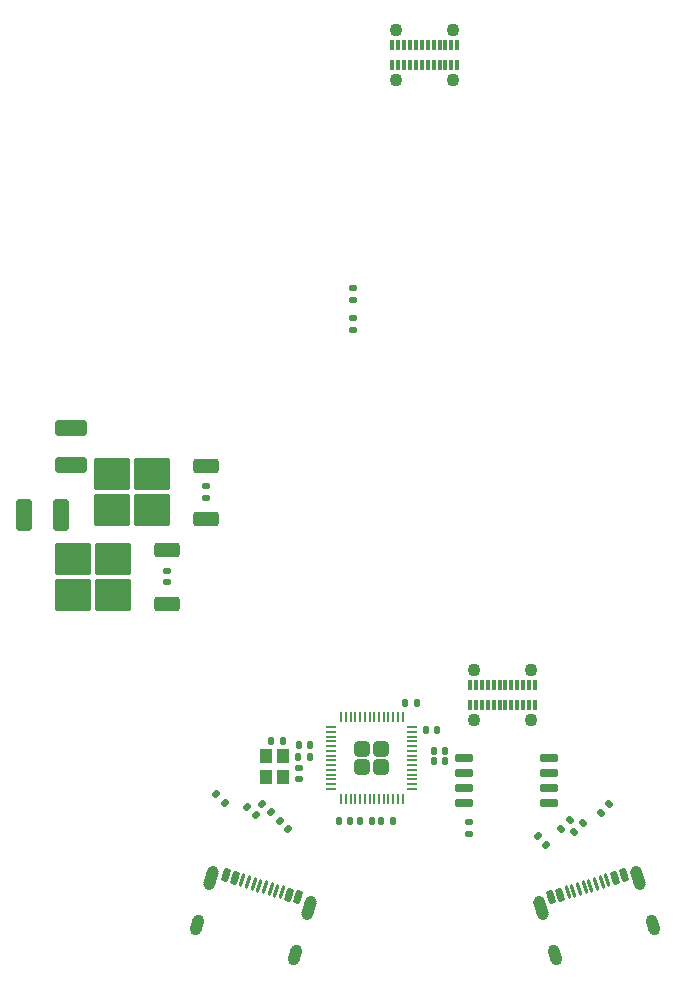
<source format=gbr>
%TF.GenerationSoftware,KiCad,Pcbnew,7.0.11*%
%TF.CreationDate,2025-01-20T01:56:26+09:00*%
%TF.ProjectId,Main,4d61696e-2e6b-4696-9361-645f70636258,rev?*%
%TF.SameCoordinates,Original*%
%TF.FileFunction,Paste,Bot*%
%TF.FilePolarity,Positive*%
%FSLAX46Y46*%
G04 Gerber Fmt 4.6, Leading zero omitted, Abs format (unit mm)*
G04 Created by KiCad (PCBNEW 7.0.11) date 2025-01-20 01:56:26*
%MOMM*%
%LPD*%
G01*
G04 APERTURE LIST*
G04 Aperture macros list*
%AMRoundRect*
0 Rectangle with rounded corners*
0 $1 Rounding radius*
0 $2 $3 $4 $5 $6 $7 $8 $9 X,Y pos of 4 corners*
0 Add a 4 corners polygon primitive as box body*
4,1,4,$2,$3,$4,$5,$6,$7,$8,$9,$2,$3,0*
0 Add four circle primitives for the rounded corners*
1,1,$1+$1,$2,$3*
1,1,$1+$1,$4,$5*
1,1,$1+$1,$6,$7*
1,1,$1+$1,$8,$9*
0 Add four rect primitives between the rounded corners*
20,1,$1+$1,$2,$3,$4,$5,0*
20,1,$1+$1,$4,$5,$6,$7,0*
20,1,$1+$1,$6,$7,$8,$9,0*
20,1,$1+$1,$8,$9,$2,$3,0*%
%AMHorizOval*
0 Thick line with rounded ends*
0 $1 width*
0 $2 $3 position (X,Y) of the first rounded end (center of the circle)*
0 $4 $5 position (X,Y) of the second rounded end (center of the circle)*
0 Add line between two ends*
20,1,$1,$2,$3,$4,$5,0*
0 Add two circle primitives to create the rounded ends*
1,1,$1,$2,$3*
1,1,$1,$4,$5*%
G04 Aperture macros list end*
%ADD10RoundRect,0.135000X0.185000X-0.135000X0.185000X0.135000X-0.185000X0.135000X-0.185000X-0.135000X0*%
%ADD11RoundRect,0.140000X0.140000X0.170000X-0.140000X0.170000X-0.140000X-0.170000X0.140000X-0.170000X0*%
%ADD12RoundRect,0.140000X-0.140000X-0.170000X0.140000X-0.170000X0.140000X0.170000X-0.140000X0.170000X0*%
%ADD13RoundRect,0.135000X0.035355X-0.226274X0.226274X-0.035355X-0.035355X0.226274X-0.226274X0.035355X0*%
%ADD14RoundRect,0.135000X0.226274X0.035355X0.035355X0.226274X-0.226274X-0.035355X-0.035355X-0.226274X0*%
%ADD15RoundRect,0.135000X-0.135000X-0.185000X0.135000X-0.185000X0.135000X0.185000X-0.135000X0.185000X0*%
%ADD16RoundRect,0.249999X0.395001X-0.395001X0.395001X0.395001X-0.395001X0.395001X-0.395001X-0.395001X0*%
%ADD17RoundRect,0.050000X0.050000X-0.387500X0.050000X0.387500X-0.050000X0.387500X-0.050000X-0.387500X0*%
%ADD18RoundRect,0.050000X0.387500X-0.050000X0.387500X0.050000X-0.387500X0.050000X-0.387500X-0.050000X0*%
%ADD19RoundRect,0.150000X0.020170X0.450242X-0.266912X0.363157X-0.020170X-0.450242X0.266912X-0.363157X0*%
%ADD20RoundRect,0.075000X-0.073372X0.500242X-0.216913X0.456699X0.073372X-0.500242X0.216913X-0.456699X0*%
%ADD21HorizOval,1.000000X-0.116114X0.382776X0.116114X-0.382776X0*%
%ADD22HorizOval,1.000000X-0.159657X0.526317X0.159657X-0.526317X0*%
%ADD23R,1.000000X1.150000*%
%ADD24RoundRect,0.140000X-0.170000X0.140000X-0.170000X-0.140000X0.170000X-0.140000X0.170000X0.140000X0*%
%ADD25RoundRect,0.135000X0.135000X0.185000X-0.135000X0.185000X-0.135000X-0.185000X0.135000X-0.185000X0*%
%ADD26R,0.300000X0.850000*%
%ADD27C,1.100000*%
%ADD28RoundRect,0.250000X0.850000X0.350000X-0.850000X0.350000X-0.850000X-0.350000X0.850000X-0.350000X0*%
%ADD29RoundRect,0.250000X1.275000X1.125000X-1.275000X1.125000X-1.275000X-1.125000X1.275000X-1.125000X0*%
%ADD30RoundRect,0.150000X0.650000X0.150000X-0.650000X0.150000X-0.650000X-0.150000X0.650000X-0.150000X0*%
%ADD31RoundRect,0.150000X0.266912X0.363157X-0.020170X0.450242X-0.266912X-0.363157X0.020170X-0.450242X0*%
%ADD32RoundRect,0.075000X0.216913X0.456699X0.073372X0.500242X-0.216913X-0.456699X-0.073372X-0.500242X0*%
%ADD33HorizOval,1.000000X0.116114X0.382776X-0.116114X-0.382776X0*%
%ADD34HorizOval,1.000000X0.159657X0.526317X-0.159657X-0.526317X0*%
%ADD35RoundRect,0.250000X1.100000X-0.412500X1.100000X0.412500X-1.100000X0.412500X-1.100000X-0.412500X0*%
%ADD36RoundRect,0.250000X0.412500X1.100000X-0.412500X1.100000X-0.412500X-1.100000X0.412500X-1.100000X0*%
G04 APERTURE END LIST*
D10*
%TO.C,R1*%
X156130000Y-142520000D03*
X156130000Y-141500000D03*
%TD*%
D11*
%TO.C,C10*%
X146108000Y-141480000D03*
X145148000Y-141480000D03*
%TD*%
D12*
%TO.C,C2*%
X139440000Y-134720000D03*
X140400000Y-134720000D03*
%TD*%
D13*
%TO.C,R3*%
X167309376Y-140760624D03*
X168030624Y-140039376D03*
%TD*%
D14*
%TO.C,R10*%
X135500624Y-139910624D03*
X134779376Y-139189376D03*
%TD*%
D15*
%TO.C,R8*%
X148740000Y-141478000D03*
X149760000Y-141478000D03*
%TD*%
D14*
%TO.C,R9*%
X140870624Y-142170624D03*
X140149376Y-141449376D03*
%TD*%
D16*
%TO.C,U2*%
X147146500Y-136922000D03*
X148746500Y-136922000D03*
X147146500Y-135322000D03*
X148746500Y-135322000D03*
D17*
X150546500Y-139559500D03*
X150146500Y-139559500D03*
X149746500Y-139559500D03*
X149346500Y-139559500D03*
X148946500Y-139559500D03*
X148546500Y-139559500D03*
X148146500Y-139559500D03*
X147746500Y-139559500D03*
X147346500Y-139559500D03*
X146946500Y-139559500D03*
X146546500Y-139559500D03*
X146146500Y-139559500D03*
X145746500Y-139559500D03*
X145346500Y-139559500D03*
D18*
X144509000Y-138722000D03*
X144509000Y-138322000D03*
X144509000Y-137922000D03*
X144509000Y-137522000D03*
X144509000Y-137122000D03*
X144509000Y-136722000D03*
X144509000Y-136322000D03*
X144509000Y-135922000D03*
X144509000Y-135522000D03*
X144509000Y-135122000D03*
X144509000Y-134722000D03*
X144509000Y-134322000D03*
X144509000Y-133922000D03*
X144509000Y-133522000D03*
D17*
X145346500Y-132684500D03*
X145746500Y-132684500D03*
X146146500Y-132684500D03*
X146546500Y-132684500D03*
X146946500Y-132684500D03*
X147346500Y-132684500D03*
X147746500Y-132684500D03*
X148146500Y-132684500D03*
X148546500Y-132684500D03*
X148946500Y-132684500D03*
X149346500Y-132684500D03*
X149746500Y-132684500D03*
X150146500Y-132684500D03*
X150546500Y-132684500D03*
D18*
X151384000Y-133522000D03*
X151384000Y-133922000D03*
X151384000Y-134322000D03*
X151384000Y-134722000D03*
X151384000Y-135122000D03*
X151384000Y-135522000D03*
X151384000Y-135922000D03*
X151384000Y-136322000D03*
X151384000Y-136722000D03*
X151384000Y-137122000D03*
X151384000Y-137522000D03*
X151384000Y-137922000D03*
X151384000Y-138322000D03*
X151384000Y-138722000D03*
%TD*%
D19*
%TO.C,J1*%
X169263153Y-146066996D03*
X168497601Y-146299223D03*
D20*
X167397120Y-146633051D03*
X166440179Y-146923335D03*
X165961709Y-147068478D03*
X165004769Y-147358762D03*
D19*
X163904288Y-147692590D03*
X163138735Y-147924818D03*
X163138735Y-147924818D03*
X163904288Y-147692590D03*
D20*
X164526299Y-147503905D03*
X165483239Y-147213620D03*
X166918650Y-146778193D03*
X167875590Y-146487908D03*
D19*
X168497601Y-146299223D03*
X169263153Y-146066996D03*
D21*
X171715230Y-150292128D03*
D22*
X170501840Y-146292117D03*
D21*
X163447266Y-152800188D03*
D22*
X162233876Y-148800177D03*
%TD*%
D12*
%TO.C,C11*%
X150770000Y-131490000D03*
X151730000Y-131490000D03*
%TD*%
D23*
%TO.C,Y1*%
X140390000Y-135985000D03*
X140390000Y-137735000D03*
X138990000Y-137735000D03*
X138990000Y-135985000D03*
%TD*%
D24*
%TO.C,C5*%
X133930000Y-113110000D03*
X133930000Y-114070000D03*
%TD*%
D14*
%TO.C,R11*%
X139380624Y-140700624D03*
X138659376Y-139979376D03*
%TD*%
D24*
%TO.C,C6*%
X130620000Y-120300000D03*
X130620000Y-121260000D03*
%TD*%
D25*
%TO.C,R2*%
X142750000Y-136040000D03*
X141730000Y-136040000D03*
%TD*%
D14*
%TO.C,R4*%
X162730000Y-143470000D03*
X162008752Y-142748752D03*
%TD*%
D12*
%TO.C,C12*%
X152520000Y-133720000D03*
X153480000Y-133720000D03*
%TD*%
D13*
%TO.C,R5*%
X165079376Y-142380624D03*
X165800624Y-141659376D03*
%TD*%
D12*
%TO.C,C8*%
X153220000Y-136360000D03*
X154180000Y-136360000D03*
%TD*%
D26*
%TO.C,J19*%
X161760000Y-129950000D03*
X161260000Y-129950000D03*
X160760000Y-129950000D03*
X160260000Y-129950000D03*
X159760000Y-129950000D03*
X159260000Y-129950000D03*
X158760000Y-129950000D03*
X158260000Y-129950000D03*
X157760000Y-129950000D03*
X157260000Y-129950000D03*
X156760000Y-129950000D03*
X156260000Y-129950000D03*
X156260000Y-131620000D03*
X156760000Y-131620000D03*
X157260000Y-131620000D03*
X157760000Y-131620000D03*
X158260000Y-131620000D03*
X158760000Y-131620000D03*
X159260000Y-131620000D03*
X159760000Y-131620000D03*
X160260000Y-131620000D03*
X160760000Y-131620000D03*
X161260000Y-131620000D03*
X161760000Y-131620000D03*
D27*
X161410000Y-132935000D03*
X161410000Y-128635000D03*
X156610000Y-132935000D03*
X156610000Y-128635000D03*
%TD*%
D28*
%TO.C,U3*%
X133930000Y-115922500D03*
X133930000Y-111362500D03*
D29*
X129305000Y-115167500D03*
X129305000Y-112117500D03*
X125955000Y-115167500D03*
X125955000Y-112117500D03*
%TD*%
D11*
%TO.C,C7*%
X142720000Y-135020000D03*
X141760000Y-135020000D03*
%TD*%
D10*
%TO.C,R14*%
X146350000Y-99850000D03*
X146350000Y-98830000D03*
%TD*%
D30*
%TO.C,U1*%
X162960500Y-136113500D03*
X162960500Y-137383500D03*
X162960500Y-138653500D03*
X162960500Y-139923500D03*
X155760500Y-139923500D03*
X155760500Y-138653500D03*
X155760500Y-137383500D03*
X155760500Y-136113500D03*
%TD*%
D28*
%TO.C,U4*%
X130625000Y-123105000D03*
X130625000Y-118545000D03*
D29*
X126000000Y-122350000D03*
X126000000Y-119300000D03*
X122650000Y-122350000D03*
X122650000Y-119300000D03*
%TD*%
D24*
%TO.C,C1*%
X141770000Y-136940000D03*
X141770000Y-137900000D03*
%TD*%
D31*
%TO.C,J20*%
X141720869Y-147927493D03*
X140955316Y-147695265D03*
D32*
X139854835Y-147361437D03*
X138897895Y-147071153D03*
X138419425Y-146926010D03*
X137462484Y-146635726D03*
D31*
X136362003Y-146301898D03*
X135596451Y-146069671D03*
X135596451Y-146069671D03*
X136362003Y-146301898D03*
D32*
X136984014Y-146490583D03*
X137940954Y-146780868D03*
X139376365Y-147216295D03*
X140333305Y-147506580D03*
D31*
X140955316Y-147695265D03*
X141720869Y-147927493D03*
D33*
X141412338Y-152802863D03*
D34*
X142625728Y-148802852D03*
D33*
X133144374Y-150294803D03*
D34*
X134357764Y-146294792D03*
%TD*%
D25*
%TO.C,R7*%
X147970000Y-141478000D03*
X146950000Y-141478000D03*
%TD*%
D13*
%TO.C,R6*%
X163977376Y-142092624D03*
X164698624Y-141371376D03*
%TD*%
D35*
%TO.C,C4*%
X122450000Y-111332500D03*
X122450000Y-108207500D03*
%TD*%
D10*
%TO.C,R13*%
X146350000Y-97340000D03*
X146350000Y-96320000D03*
%TD*%
D14*
%TO.C,R12*%
X138120624Y-140950624D03*
X137399376Y-140229376D03*
%TD*%
D12*
%TO.C,C9*%
X153220000Y-135530000D03*
X154180000Y-135530000D03*
%TD*%
D26*
%TO.C,J14*%
X149680000Y-77445000D03*
X150180000Y-77445000D03*
X150680000Y-77445000D03*
X151180000Y-77445000D03*
X151680000Y-77445000D03*
X152180000Y-77445000D03*
X152680000Y-77445000D03*
X153180000Y-77445000D03*
X153680000Y-77445000D03*
X154180000Y-77445000D03*
X154680000Y-77445000D03*
X155180000Y-77445000D03*
X155180000Y-75775000D03*
X154680000Y-75775000D03*
X154180000Y-75775000D03*
X153680000Y-75775000D03*
X153180000Y-75775000D03*
X152680000Y-75775000D03*
X152180000Y-75775000D03*
X151680000Y-75775000D03*
X151180000Y-75775000D03*
X150680000Y-75775000D03*
X150180000Y-75775000D03*
X149680000Y-75775000D03*
D27*
X150030000Y-74460000D03*
X150030000Y-78760000D03*
X154830000Y-74460000D03*
X154830000Y-78760000D03*
%TD*%
D36*
%TO.C,C3*%
X121612500Y-115540000D03*
X118487500Y-115540000D03*
%TD*%
M02*

</source>
